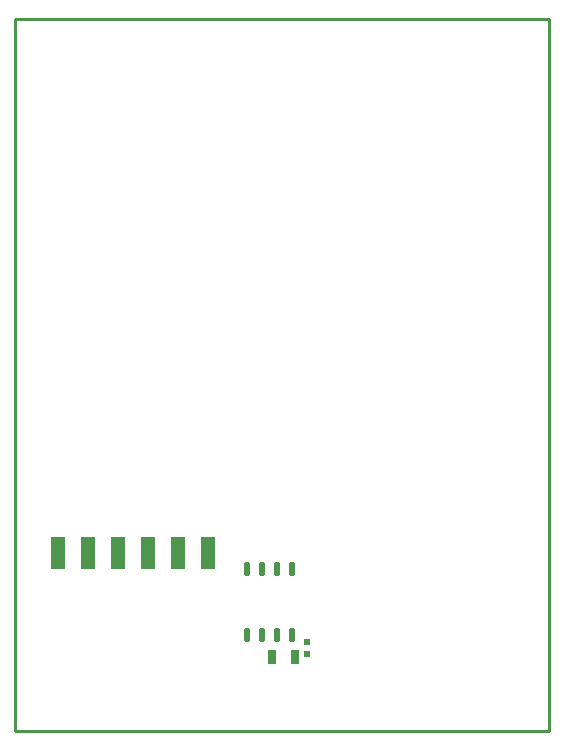
<source format=gtp>
G04*
G04 #@! TF.GenerationSoftware,Altium Limited,Altium Designer,18.0.12 (696)*
G04*
G04 Layer_Color=8421504*
%FSLAX25Y25*%
%MOIN*%
G70*
G01*
G75*
%ADD12C,0.01000*%
%ADD14R,0.05118X0.11024*%
%ADD15O,0.01968X0.05118*%
%ADD16R,0.03150X0.04921*%
%ADD17R,0.01968X0.02362*%
D12*
X99410Y99410D02*
Y336614D01*
Y99410D02*
X277559D01*
Y336614D01*
X99410D02*
X277559D01*
D14*
X163701Y158465D02*
D03*
X153701D02*
D03*
X143701D02*
D03*
X133701D02*
D03*
X123701D02*
D03*
X113701D02*
D03*
D15*
X191752Y153347D02*
D03*
X186752D02*
D03*
X181752D02*
D03*
X176752D02*
D03*
X191752Y131299D02*
D03*
X186752D02*
D03*
X181752D02*
D03*
X176752D02*
D03*
D16*
X185236Y124016D02*
D03*
X192717D02*
D03*
D17*
X196850Y125000D02*
D03*
Y128937D02*
D03*
M02*

</source>
